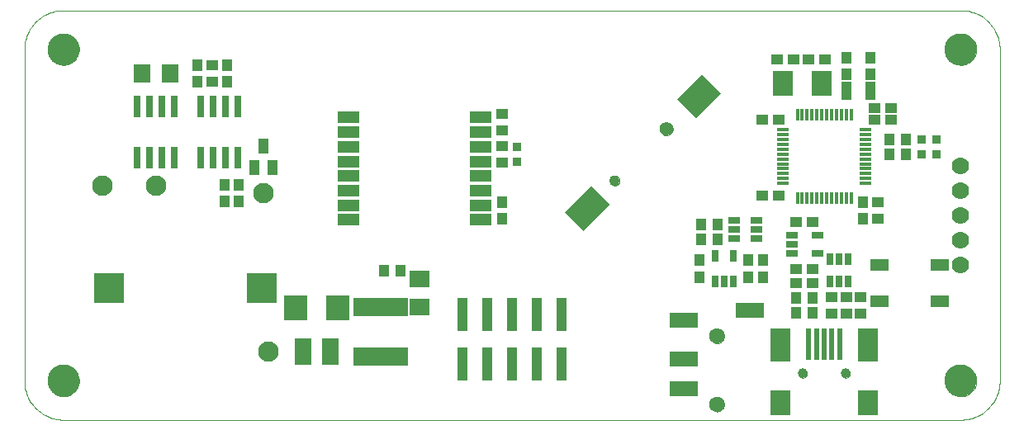
<source format=gts>
G75*
G70*
%OFA0B0*%
%FSLAX24Y24*%
%IPPOS*%
%LPD*%
%AMOC8*
5,1,8,0,0,1.08239X$1,22.5*
%
%ADD10C,0.0000*%
%ADD11C,0.1300*%
%ADD12R,0.0473X0.0434*%
%ADD13R,0.1064X0.1516*%
%ADD14R,0.1064X0.1418*%
%ADD15C,0.0434*%
%ADD16C,0.0552*%
%ADD17R,0.0434X0.0473*%
%ADD18R,0.0355X0.0355*%
%ADD19R,0.0827X0.1024*%
%ADD20R,0.0827X0.1339*%
%ADD21R,0.0237X0.1260*%
%ADD22C,0.0394*%
%ADD23R,0.0512X0.0257*%
%ADD24R,0.1221X0.1221*%
%ADD25R,0.0276X0.0906*%
%ADD26R,0.0434X0.0591*%
%ADD27R,0.0670X0.0750*%
%ADD28C,0.0827*%
%ADD29R,0.0946X0.1024*%
%ADD30R,0.2205X0.0768*%
%ADD31R,0.0670X0.1103*%
%ADD32R,0.0827X0.0670*%
%ADD33R,0.0749X0.0473*%
%ADD34R,0.0158X0.0512*%
%ADD35R,0.0512X0.0158*%
%ADD36C,0.0700*%
%ADD37R,0.0276X0.0512*%
%ADD38R,0.0512X0.0276*%
%ADD39R,0.1142X0.0631*%
%ADD40C,0.0631*%
%ADD41R,0.0827X0.0985*%
%ADD42R,0.0257X0.0512*%
%ADD43R,0.0434X0.0749*%
%ADD44R,0.0440X0.1340*%
%ADD45R,0.0900X0.0460*%
D10*
X001725Y000937D02*
X037945Y000937D01*
X037315Y002512D02*
X037317Y002562D01*
X037323Y002612D01*
X037333Y002661D01*
X037347Y002709D01*
X037364Y002756D01*
X037385Y002801D01*
X037410Y002845D01*
X037438Y002886D01*
X037470Y002925D01*
X037504Y002962D01*
X037541Y002996D01*
X037581Y003026D01*
X037623Y003053D01*
X037667Y003077D01*
X037713Y003098D01*
X037760Y003114D01*
X037808Y003127D01*
X037858Y003136D01*
X037907Y003141D01*
X037958Y003142D01*
X038008Y003139D01*
X038057Y003132D01*
X038106Y003121D01*
X038154Y003106D01*
X038200Y003088D01*
X038245Y003066D01*
X038288Y003040D01*
X038329Y003011D01*
X038368Y002979D01*
X038404Y002944D01*
X038436Y002906D01*
X038466Y002866D01*
X038493Y002823D01*
X038516Y002779D01*
X038535Y002733D01*
X038551Y002685D01*
X038563Y002636D01*
X038571Y002587D01*
X038575Y002537D01*
X038575Y002487D01*
X038571Y002437D01*
X038563Y002388D01*
X038551Y002339D01*
X038535Y002291D01*
X038516Y002245D01*
X038493Y002201D01*
X038466Y002158D01*
X038436Y002118D01*
X038404Y002080D01*
X038368Y002045D01*
X038329Y002013D01*
X038288Y001984D01*
X038245Y001958D01*
X038200Y001936D01*
X038154Y001918D01*
X038106Y001903D01*
X038057Y001892D01*
X038008Y001885D01*
X037958Y001882D01*
X037907Y001883D01*
X037858Y001888D01*
X037808Y001897D01*
X037760Y001910D01*
X037713Y001926D01*
X037667Y001947D01*
X037623Y001971D01*
X037581Y001998D01*
X037541Y002028D01*
X037504Y002062D01*
X037470Y002099D01*
X037438Y002138D01*
X037410Y002179D01*
X037385Y002223D01*
X037364Y002268D01*
X037347Y002315D01*
X037333Y002363D01*
X037323Y002412D01*
X037317Y002462D01*
X037315Y002512D01*
X037945Y000937D02*
X038022Y000939D01*
X038099Y000945D01*
X038176Y000954D01*
X038252Y000967D01*
X038328Y000984D01*
X038402Y001005D01*
X038476Y001029D01*
X038548Y001057D01*
X038618Y001088D01*
X038687Y001123D01*
X038755Y001161D01*
X038820Y001202D01*
X038883Y001247D01*
X038944Y001295D01*
X039003Y001345D01*
X039059Y001398D01*
X039112Y001454D01*
X039162Y001513D01*
X039210Y001574D01*
X039255Y001637D01*
X039296Y001702D01*
X039334Y001770D01*
X039369Y001839D01*
X039400Y001909D01*
X039428Y001981D01*
X039452Y002055D01*
X039473Y002129D01*
X039490Y002205D01*
X039503Y002281D01*
X039512Y002358D01*
X039518Y002435D01*
X039520Y002512D01*
X039520Y015898D01*
X037315Y015898D02*
X037317Y015948D01*
X037323Y015998D01*
X037333Y016047D01*
X037347Y016095D01*
X037364Y016142D01*
X037385Y016187D01*
X037410Y016231D01*
X037438Y016272D01*
X037470Y016311D01*
X037504Y016348D01*
X037541Y016382D01*
X037581Y016412D01*
X037623Y016439D01*
X037667Y016463D01*
X037713Y016484D01*
X037760Y016500D01*
X037808Y016513D01*
X037858Y016522D01*
X037907Y016527D01*
X037958Y016528D01*
X038008Y016525D01*
X038057Y016518D01*
X038106Y016507D01*
X038154Y016492D01*
X038200Y016474D01*
X038245Y016452D01*
X038288Y016426D01*
X038329Y016397D01*
X038368Y016365D01*
X038404Y016330D01*
X038436Y016292D01*
X038466Y016252D01*
X038493Y016209D01*
X038516Y016165D01*
X038535Y016119D01*
X038551Y016071D01*
X038563Y016022D01*
X038571Y015973D01*
X038575Y015923D01*
X038575Y015873D01*
X038571Y015823D01*
X038563Y015774D01*
X038551Y015725D01*
X038535Y015677D01*
X038516Y015631D01*
X038493Y015587D01*
X038466Y015544D01*
X038436Y015504D01*
X038404Y015466D01*
X038368Y015431D01*
X038329Y015399D01*
X038288Y015370D01*
X038245Y015344D01*
X038200Y015322D01*
X038154Y015304D01*
X038106Y015289D01*
X038057Y015278D01*
X038008Y015271D01*
X037958Y015268D01*
X037907Y015269D01*
X037858Y015274D01*
X037808Y015283D01*
X037760Y015296D01*
X037713Y015312D01*
X037667Y015333D01*
X037623Y015357D01*
X037581Y015384D01*
X037541Y015414D01*
X037504Y015448D01*
X037470Y015485D01*
X037438Y015524D01*
X037410Y015565D01*
X037385Y015609D01*
X037364Y015654D01*
X037347Y015701D01*
X037333Y015749D01*
X037323Y015798D01*
X037317Y015848D01*
X037315Y015898D01*
X037945Y017473D02*
X038022Y017471D01*
X038099Y017465D01*
X038176Y017456D01*
X038252Y017443D01*
X038328Y017426D01*
X038402Y017405D01*
X038476Y017381D01*
X038548Y017353D01*
X038618Y017322D01*
X038687Y017287D01*
X038755Y017249D01*
X038820Y017208D01*
X038883Y017163D01*
X038944Y017115D01*
X039003Y017065D01*
X039059Y017012D01*
X039112Y016956D01*
X039162Y016897D01*
X039210Y016836D01*
X039255Y016773D01*
X039296Y016708D01*
X039334Y016640D01*
X039369Y016571D01*
X039400Y016501D01*
X039428Y016429D01*
X039452Y016355D01*
X039473Y016281D01*
X039490Y016205D01*
X039503Y016129D01*
X039512Y016052D01*
X039518Y015975D01*
X039520Y015898D01*
X037945Y017473D02*
X001725Y017473D01*
X001095Y015898D02*
X001097Y015948D01*
X001103Y015998D01*
X001113Y016047D01*
X001127Y016095D01*
X001144Y016142D01*
X001165Y016187D01*
X001190Y016231D01*
X001218Y016272D01*
X001250Y016311D01*
X001284Y016348D01*
X001321Y016382D01*
X001361Y016412D01*
X001403Y016439D01*
X001447Y016463D01*
X001493Y016484D01*
X001540Y016500D01*
X001588Y016513D01*
X001638Y016522D01*
X001687Y016527D01*
X001738Y016528D01*
X001788Y016525D01*
X001837Y016518D01*
X001886Y016507D01*
X001934Y016492D01*
X001980Y016474D01*
X002025Y016452D01*
X002068Y016426D01*
X002109Y016397D01*
X002148Y016365D01*
X002184Y016330D01*
X002216Y016292D01*
X002246Y016252D01*
X002273Y016209D01*
X002296Y016165D01*
X002315Y016119D01*
X002331Y016071D01*
X002343Y016022D01*
X002351Y015973D01*
X002355Y015923D01*
X002355Y015873D01*
X002351Y015823D01*
X002343Y015774D01*
X002331Y015725D01*
X002315Y015677D01*
X002296Y015631D01*
X002273Y015587D01*
X002246Y015544D01*
X002216Y015504D01*
X002184Y015466D01*
X002148Y015431D01*
X002109Y015399D01*
X002068Y015370D01*
X002025Y015344D01*
X001980Y015322D01*
X001934Y015304D01*
X001886Y015289D01*
X001837Y015278D01*
X001788Y015271D01*
X001738Y015268D01*
X001687Y015269D01*
X001638Y015274D01*
X001588Y015283D01*
X001540Y015296D01*
X001493Y015312D01*
X001447Y015333D01*
X001403Y015357D01*
X001361Y015384D01*
X001321Y015414D01*
X001284Y015448D01*
X001250Y015485D01*
X001218Y015524D01*
X001190Y015565D01*
X001165Y015609D01*
X001144Y015654D01*
X001127Y015701D01*
X001113Y015749D01*
X001103Y015798D01*
X001097Y015848D01*
X001095Y015898D01*
X000150Y015898D02*
X000152Y015975D01*
X000158Y016052D01*
X000167Y016129D01*
X000180Y016205D01*
X000197Y016281D01*
X000218Y016355D01*
X000242Y016429D01*
X000270Y016501D01*
X000301Y016571D01*
X000336Y016640D01*
X000374Y016708D01*
X000415Y016773D01*
X000460Y016836D01*
X000508Y016897D01*
X000558Y016956D01*
X000611Y017012D01*
X000667Y017065D01*
X000726Y017115D01*
X000787Y017163D01*
X000850Y017208D01*
X000915Y017249D01*
X000983Y017287D01*
X001052Y017322D01*
X001122Y017353D01*
X001194Y017381D01*
X001268Y017405D01*
X001342Y017426D01*
X001418Y017443D01*
X001494Y017456D01*
X001571Y017465D01*
X001648Y017471D01*
X001725Y017473D01*
X000150Y015898D02*
X000150Y002512D01*
X001095Y002512D02*
X001097Y002562D01*
X001103Y002612D01*
X001113Y002661D01*
X001127Y002709D01*
X001144Y002756D01*
X001165Y002801D01*
X001190Y002845D01*
X001218Y002886D01*
X001250Y002925D01*
X001284Y002962D01*
X001321Y002996D01*
X001361Y003026D01*
X001403Y003053D01*
X001447Y003077D01*
X001493Y003098D01*
X001540Y003114D01*
X001588Y003127D01*
X001638Y003136D01*
X001687Y003141D01*
X001738Y003142D01*
X001788Y003139D01*
X001837Y003132D01*
X001886Y003121D01*
X001934Y003106D01*
X001980Y003088D01*
X002025Y003066D01*
X002068Y003040D01*
X002109Y003011D01*
X002148Y002979D01*
X002184Y002944D01*
X002216Y002906D01*
X002246Y002866D01*
X002273Y002823D01*
X002296Y002779D01*
X002315Y002733D01*
X002331Y002685D01*
X002343Y002636D01*
X002351Y002587D01*
X002355Y002537D01*
X002355Y002487D01*
X002351Y002437D01*
X002343Y002388D01*
X002331Y002339D01*
X002315Y002291D01*
X002296Y002245D01*
X002273Y002201D01*
X002246Y002158D01*
X002216Y002118D01*
X002184Y002080D01*
X002148Y002045D01*
X002109Y002013D01*
X002068Y001984D01*
X002025Y001958D01*
X001980Y001936D01*
X001934Y001918D01*
X001886Y001903D01*
X001837Y001892D01*
X001788Y001885D01*
X001738Y001882D01*
X001687Y001883D01*
X001638Y001888D01*
X001588Y001897D01*
X001540Y001910D01*
X001493Y001926D01*
X001447Y001947D01*
X001403Y001971D01*
X001361Y001998D01*
X001321Y002028D01*
X001284Y002062D01*
X001250Y002099D01*
X001218Y002138D01*
X001190Y002179D01*
X001165Y002223D01*
X001144Y002268D01*
X001127Y002315D01*
X001113Y002363D01*
X001103Y002412D01*
X001097Y002462D01*
X001095Y002512D01*
X000150Y002512D02*
X000152Y002435D01*
X000158Y002358D01*
X000167Y002281D01*
X000180Y002205D01*
X000197Y002129D01*
X000218Y002055D01*
X000242Y001981D01*
X000270Y001909D01*
X000301Y001839D01*
X000336Y001770D01*
X000374Y001702D01*
X000415Y001637D01*
X000460Y001574D01*
X000508Y001513D01*
X000558Y001454D01*
X000611Y001398D01*
X000667Y001345D01*
X000726Y001295D01*
X000787Y001247D01*
X000850Y001202D01*
X000915Y001161D01*
X000983Y001123D01*
X001052Y001088D01*
X001122Y001057D01*
X001194Y001029D01*
X001268Y001005D01*
X001342Y000984D01*
X001418Y000967D01*
X001494Y000954D01*
X001571Y000945D01*
X001648Y000939D01*
X001725Y000937D01*
X023782Y010593D02*
X023784Y010620D01*
X023790Y010647D01*
X023799Y010673D01*
X023812Y010697D01*
X023828Y010720D01*
X023847Y010739D01*
X023869Y010756D01*
X023893Y010770D01*
X023918Y010780D01*
X023945Y010787D01*
X023972Y010790D01*
X024000Y010789D01*
X024027Y010784D01*
X024053Y010776D01*
X024077Y010764D01*
X024100Y010748D01*
X024121Y010730D01*
X024138Y010709D01*
X024153Y010685D01*
X024164Y010660D01*
X024172Y010634D01*
X024176Y010607D01*
X024176Y010579D01*
X024172Y010552D01*
X024164Y010526D01*
X024153Y010501D01*
X024138Y010477D01*
X024121Y010456D01*
X024100Y010438D01*
X024078Y010422D01*
X024053Y010410D01*
X024027Y010402D01*
X024000Y010397D01*
X023972Y010396D01*
X023945Y010399D01*
X023918Y010406D01*
X023893Y010416D01*
X023869Y010430D01*
X023847Y010447D01*
X023828Y010466D01*
X023812Y010489D01*
X023799Y010513D01*
X023790Y010539D01*
X023784Y010566D01*
X023782Y010593D01*
X025811Y012681D02*
X025813Y012712D01*
X025819Y012743D01*
X025828Y012773D01*
X025841Y012802D01*
X025858Y012829D01*
X025878Y012853D01*
X025900Y012875D01*
X025926Y012894D01*
X025953Y012910D01*
X025982Y012922D01*
X026012Y012931D01*
X026043Y012936D01*
X026075Y012937D01*
X026106Y012934D01*
X026137Y012927D01*
X026167Y012917D01*
X026195Y012903D01*
X026221Y012885D01*
X026245Y012865D01*
X026266Y012841D01*
X026285Y012816D01*
X026300Y012788D01*
X026311Y012759D01*
X026319Y012728D01*
X026323Y012697D01*
X026323Y012665D01*
X026319Y012634D01*
X026311Y012603D01*
X026300Y012574D01*
X026285Y012546D01*
X026266Y012521D01*
X026245Y012497D01*
X026221Y012477D01*
X026195Y012459D01*
X026167Y012445D01*
X026137Y012435D01*
X026106Y012428D01*
X026075Y012425D01*
X026043Y012426D01*
X026012Y012431D01*
X025982Y012440D01*
X025953Y012452D01*
X025926Y012468D01*
X025900Y012487D01*
X025878Y012509D01*
X025858Y012533D01*
X025841Y012560D01*
X025828Y012589D01*
X025819Y012619D01*
X025813Y012650D01*
X025811Y012681D01*
X027808Y004323D02*
X027810Y004357D01*
X027816Y004391D01*
X027826Y004424D01*
X027839Y004455D01*
X027857Y004485D01*
X027877Y004513D01*
X027901Y004538D01*
X027927Y004560D01*
X027955Y004578D01*
X027986Y004594D01*
X028018Y004606D01*
X028052Y004614D01*
X028086Y004618D01*
X028120Y004618D01*
X028154Y004614D01*
X028188Y004606D01*
X028220Y004594D01*
X028250Y004578D01*
X028279Y004560D01*
X028305Y004538D01*
X028329Y004513D01*
X028349Y004485D01*
X028367Y004455D01*
X028380Y004424D01*
X028390Y004391D01*
X028396Y004357D01*
X028398Y004323D01*
X028396Y004289D01*
X028390Y004255D01*
X028380Y004222D01*
X028367Y004191D01*
X028349Y004161D01*
X028329Y004133D01*
X028305Y004108D01*
X028279Y004086D01*
X028251Y004068D01*
X028220Y004052D01*
X028188Y004040D01*
X028154Y004032D01*
X028120Y004028D01*
X028086Y004028D01*
X028052Y004032D01*
X028018Y004040D01*
X027986Y004052D01*
X027955Y004068D01*
X027927Y004086D01*
X027901Y004108D01*
X027877Y004133D01*
X027857Y004161D01*
X027839Y004191D01*
X027826Y004222D01*
X027816Y004255D01*
X027810Y004289D01*
X027808Y004323D01*
X031390Y002807D02*
X031392Y002833D01*
X031398Y002859D01*
X031408Y002884D01*
X031421Y002907D01*
X031437Y002927D01*
X031457Y002945D01*
X031479Y002960D01*
X031502Y002972D01*
X031528Y002980D01*
X031554Y002984D01*
X031580Y002984D01*
X031606Y002980D01*
X031632Y002972D01*
X031656Y002960D01*
X031677Y002945D01*
X031697Y002927D01*
X031713Y002907D01*
X031726Y002884D01*
X031736Y002859D01*
X031742Y002833D01*
X031744Y002807D01*
X031742Y002781D01*
X031736Y002755D01*
X031726Y002730D01*
X031713Y002707D01*
X031697Y002687D01*
X031677Y002669D01*
X031655Y002654D01*
X031632Y002642D01*
X031606Y002634D01*
X031580Y002630D01*
X031554Y002630D01*
X031528Y002634D01*
X031502Y002642D01*
X031478Y002654D01*
X031457Y002669D01*
X031437Y002687D01*
X031421Y002707D01*
X031408Y002730D01*
X031398Y002755D01*
X031392Y002781D01*
X031390Y002807D01*
X033123Y002807D02*
X033125Y002833D01*
X033131Y002859D01*
X033141Y002884D01*
X033154Y002907D01*
X033170Y002927D01*
X033190Y002945D01*
X033212Y002960D01*
X033235Y002972D01*
X033261Y002980D01*
X033287Y002984D01*
X033313Y002984D01*
X033339Y002980D01*
X033365Y002972D01*
X033389Y002960D01*
X033410Y002945D01*
X033430Y002927D01*
X033446Y002907D01*
X033459Y002884D01*
X033469Y002859D01*
X033475Y002833D01*
X033477Y002807D01*
X033475Y002781D01*
X033469Y002755D01*
X033459Y002730D01*
X033446Y002707D01*
X033430Y002687D01*
X033410Y002669D01*
X033388Y002654D01*
X033365Y002642D01*
X033339Y002634D01*
X033313Y002630D01*
X033287Y002630D01*
X033261Y002634D01*
X033235Y002642D01*
X033211Y002654D01*
X033190Y002669D01*
X033170Y002687D01*
X033154Y002707D01*
X033141Y002730D01*
X033131Y002755D01*
X033125Y002781D01*
X033123Y002807D01*
X027808Y001567D02*
X027810Y001601D01*
X027816Y001635D01*
X027826Y001668D01*
X027839Y001699D01*
X027857Y001729D01*
X027877Y001757D01*
X027901Y001782D01*
X027927Y001804D01*
X027955Y001822D01*
X027986Y001838D01*
X028018Y001850D01*
X028052Y001858D01*
X028086Y001862D01*
X028120Y001862D01*
X028154Y001858D01*
X028188Y001850D01*
X028220Y001838D01*
X028250Y001822D01*
X028279Y001804D01*
X028305Y001782D01*
X028329Y001757D01*
X028349Y001729D01*
X028367Y001699D01*
X028380Y001668D01*
X028390Y001635D01*
X028396Y001601D01*
X028398Y001567D01*
X028396Y001533D01*
X028390Y001499D01*
X028380Y001466D01*
X028367Y001435D01*
X028349Y001405D01*
X028329Y001377D01*
X028305Y001352D01*
X028279Y001330D01*
X028251Y001312D01*
X028220Y001296D01*
X028188Y001284D01*
X028154Y001276D01*
X028120Y001272D01*
X028086Y001272D01*
X028052Y001276D01*
X028018Y001284D01*
X027986Y001296D01*
X027955Y001312D01*
X027927Y001330D01*
X027901Y001352D01*
X027877Y001377D01*
X027857Y001405D01*
X027839Y001435D01*
X027826Y001466D01*
X027816Y001499D01*
X027810Y001533D01*
X027808Y001567D01*
D11*
X037945Y002512D03*
X037945Y015898D03*
X001725Y015898D03*
X001725Y002512D03*
D12*
X019441Y011331D03*
X019441Y012000D03*
X019441Y012611D03*
X019441Y013280D03*
X029933Y013044D03*
X030603Y013044D03*
X034461Y013044D03*
X034461Y013536D03*
X035130Y013536D03*
X035130Y013044D03*
X032473Y015504D03*
X031804Y015504D03*
X031193Y015504D03*
X030524Y015504D03*
X030603Y009993D03*
X029933Y009993D03*
X031311Y008910D03*
X031981Y008910D03*
X034599Y009067D03*
X034599Y009737D03*
X031981Y007040D03*
X031311Y007040D03*
X031311Y006449D03*
X031981Y006449D03*
X032729Y005898D03*
X033319Y005898D03*
X033910Y005898D03*
X033910Y005229D03*
X033319Y005229D03*
X032729Y005229D03*
X007729Y014579D03*
X007729Y015248D03*
D13*
G36*
X023024Y010391D02*
X023777Y009638D01*
X022706Y008567D01*
X021953Y009320D01*
X023024Y010391D01*
G37*
D14*
G36*
X027514Y014880D02*
X028266Y014128D01*
X027264Y013126D01*
X026512Y013878D01*
X027514Y014880D01*
G37*
D15*
X023979Y010593D03*
D16*
X026067Y012681D03*
D17*
X019441Y009737D03*
X019441Y009067D03*
X015347Y006941D03*
X014678Y006941D03*
X008811Y009756D03*
X008221Y009756D03*
X008221Y010426D03*
X008811Y010426D03*
X008319Y014579D03*
X007138Y014579D03*
X007138Y015248D03*
X008319Y015248D03*
X027473Y008811D03*
X028142Y008811D03*
X028142Y008221D03*
X027473Y008221D03*
X027414Y007374D03*
X027414Y006705D03*
X029382Y006705D03*
X029973Y006705D03*
X029973Y007374D03*
X029382Y007374D03*
X031311Y005859D03*
X031981Y005859D03*
X031981Y005268D03*
X031311Y005268D03*
X034008Y009067D03*
X034008Y009737D03*
X035052Y011666D03*
X035721Y011666D03*
X035721Y012256D03*
X035052Y012256D03*
X034304Y014874D03*
X033319Y014874D03*
X033319Y015544D03*
X034304Y015544D03*
D18*
X036370Y012256D03*
X036961Y012256D03*
X036961Y011666D03*
X036370Y011666D03*
X020032Y011961D03*
X020032Y011370D03*
D19*
X030681Y001626D03*
X034185Y001626D03*
D20*
X034185Y003949D03*
X030681Y003949D03*
D21*
X031804Y003989D03*
X032119Y003989D03*
X032433Y003989D03*
X032748Y003989D03*
X033063Y003989D03*
D22*
X033300Y002807D03*
X031567Y002807D03*
D23*
X031134Y007650D03*
X031134Y008024D03*
X031134Y008398D03*
X032158Y008398D03*
X032158Y007650D03*
D24*
X009717Y006252D03*
X003575Y006252D03*
D25*
X004715Y011528D03*
X005215Y011528D03*
X005715Y011528D03*
X006215Y011528D03*
X007274Y011528D03*
X007774Y011528D03*
X008274Y011528D03*
X008774Y011528D03*
X008774Y013575D03*
X008274Y013575D03*
X007774Y013575D03*
X007274Y013575D03*
X006215Y013575D03*
X005715Y013575D03*
X005215Y013575D03*
X004715Y013575D03*
D26*
X009796Y012000D03*
X010170Y011134D03*
X009422Y011134D03*
D27*
X006025Y014914D03*
X004905Y014914D03*
D28*
X005465Y010386D03*
X003300Y010386D03*
X009796Y010091D03*
X009993Y003693D03*
D29*
X011115Y005465D03*
X012807Y005465D03*
D30*
X014520Y005485D03*
X014520Y003477D03*
D31*
X012512Y003693D03*
X011410Y003693D03*
D32*
X016095Y005504D03*
X016095Y006607D03*
D33*
X034658Y007178D03*
X037099Y007178D03*
X037099Y005721D03*
X034658Y005721D03*
D34*
X033516Y009894D03*
X033319Y009894D03*
X033122Y009894D03*
X032926Y009894D03*
X032729Y009894D03*
X032532Y009894D03*
X032335Y009894D03*
X032138Y009894D03*
X031941Y009894D03*
X031744Y009894D03*
X031548Y009894D03*
X031351Y009894D03*
X031351Y013241D03*
X031548Y013241D03*
X031744Y013241D03*
X031941Y013241D03*
X032138Y013241D03*
X032335Y013241D03*
X032532Y013241D03*
X032729Y013241D03*
X032926Y013241D03*
X033122Y013241D03*
X033319Y013241D03*
X033516Y013241D03*
D35*
X034107Y012650D03*
X034107Y012453D03*
X034107Y012256D03*
X034107Y012059D03*
X034107Y011863D03*
X034107Y011666D03*
X034107Y011469D03*
X034107Y011272D03*
X034107Y011075D03*
X034107Y010878D03*
X034107Y010681D03*
X034107Y010485D03*
X030760Y010485D03*
X030760Y010681D03*
X030760Y010878D03*
X030760Y011075D03*
X030760Y011272D03*
X030760Y011469D03*
X030760Y011666D03*
X030760Y011863D03*
X030760Y012059D03*
X030760Y012256D03*
X030760Y012453D03*
X030760Y012650D03*
D36*
X037945Y011205D03*
X037945Y010205D03*
X037945Y009205D03*
X037945Y008205D03*
X037945Y007205D03*
D37*
X033398Y007433D03*
X033024Y007433D03*
X032650Y007433D03*
X032650Y006528D03*
X033024Y006528D03*
X033398Y006528D03*
D38*
X029697Y008241D03*
X029697Y008615D03*
X028792Y008615D03*
X028792Y008241D03*
X028792Y008989D03*
X029697Y008989D03*
D39*
X029441Y005347D03*
X026764Y004953D03*
X026764Y003378D03*
X026764Y002197D03*
D40*
X028103Y001567D03*
X028103Y004323D03*
D41*
X030760Y014520D03*
X032335Y014520D03*
D42*
X028772Y007552D03*
X028024Y007552D03*
X028024Y006528D03*
X028398Y006528D03*
X028772Y006528D03*
D43*
X033319Y014225D03*
X034304Y014225D03*
D44*
X021839Y005178D03*
X020839Y005178D03*
X019839Y005178D03*
X018839Y005178D03*
X017839Y005178D03*
X017839Y003178D03*
X018839Y003178D03*
X019839Y003178D03*
X020839Y003178D03*
X021839Y003178D03*
D45*
X018556Y009008D03*
X018556Y009599D03*
X018556Y010189D03*
X018556Y010780D03*
X018556Y011370D03*
X018556Y011961D03*
X018556Y012552D03*
X018556Y013142D03*
X013241Y013142D03*
X013241Y012552D03*
X013241Y011961D03*
X013241Y011370D03*
X013241Y010780D03*
X013241Y010189D03*
X013241Y009599D03*
X013241Y009008D03*
M02*

</source>
